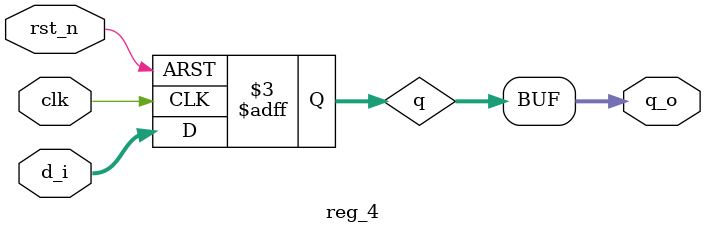
<source format=v>
module reg_4 (
input   [3:0] d_i,
input   clk, //active-low reset
input   rst_n, //reset
output  [3:0] q_o
);

reg [3:0] q; //q burda uninitialized

//always @(posedge clk) begin //synchronous reset burda reseti alması için edge lazım baboli
always @(posedge clk, negedge rst_n) begin //asynchronous reset kanka reseti aldımı direk sıfırlıyor risingedge falan hikaye yani
    if (rst_n == 1'b0) begin //hoca derse yanlış yazmış 0 olacak
        q <= 4'b0000;
    end
    else begin
        q <= d_i;
    end
end

assign q_o  = q;
    
endmodule
</source>
